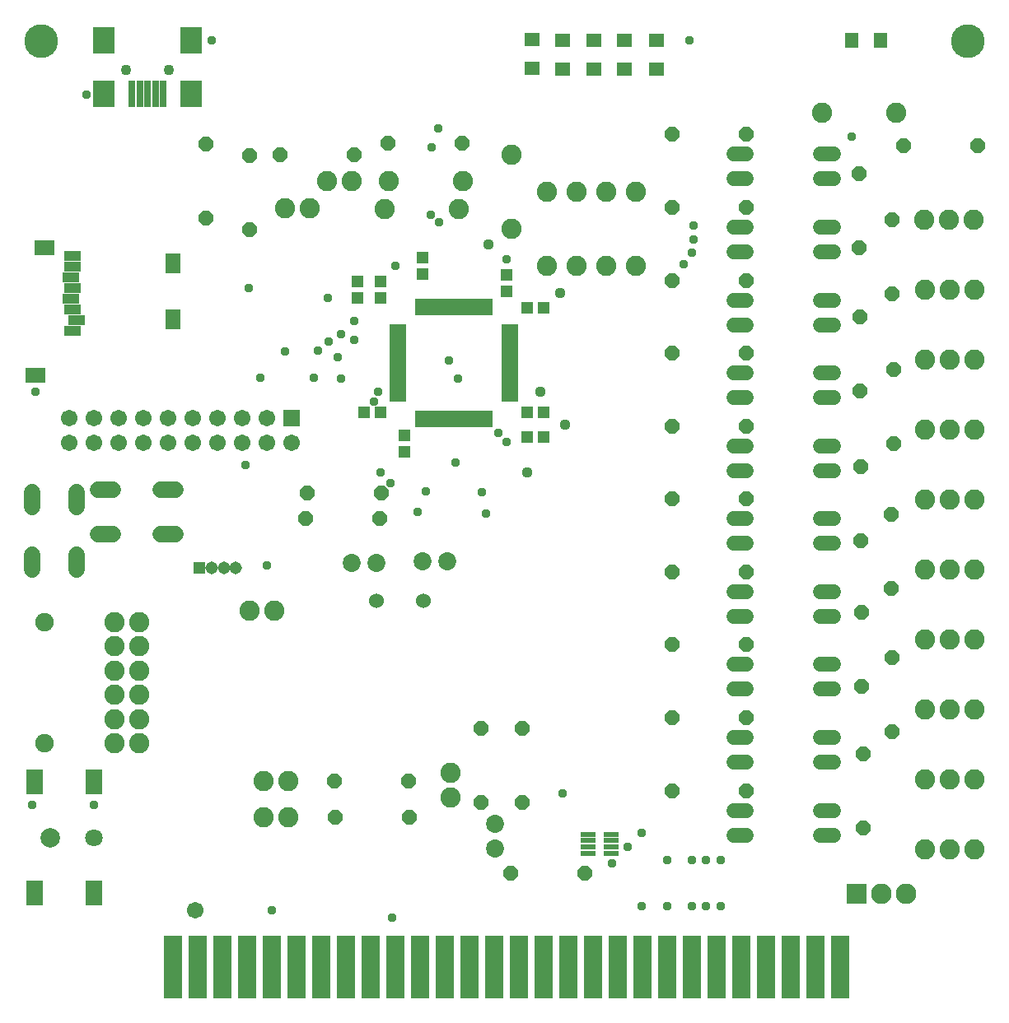
<source format=gts>
G75*
%MOIN*%
%OFA0B0*%
%FSLAX25Y25*%
%IPPOS*%
%LPD*%
%AMOC8*
5,1,8,0,0,1.08239X$1,22.5*
%
%ADD10C,0.13650*%
%ADD11R,0.07300X0.25800*%
%ADD12R,0.02769X0.10643*%
%ADD13R,0.08674X0.10643*%
%ADD14C,0.04343*%
%ADD15R,0.05162X0.05162*%
%ADD16C,0.05162*%
%ADD17R,0.06706X0.10249*%
%ADD18C,0.07099*%
%ADD19C,0.07887*%
%ADD20C,0.06000*%
%ADD21C,0.08200*%
%ADD22R,0.06737X0.06737*%
%ADD23C,0.06737*%
%ADD24R,0.01981X0.06509*%
%ADD25R,0.06509X0.01981*%
%ADD26R,0.06312X0.07887*%
%ADD27R,0.08280X0.06312*%
%ADD28R,0.06706X0.03950*%
%ADD29C,0.06000*%
%ADD30R,0.08300X0.08300*%
%ADD31C,0.08300*%
%ADD32R,0.04737X0.05131*%
%ADD33R,0.05131X0.04737*%
%ADD34C,0.07300*%
%ADD35C,0.06800*%
%ADD36OC8,0.06000*%
%ADD37R,0.05918X0.02454*%
%ADD38C,0.08182*%
%ADD39C,0.07493*%
%ADD40R,0.06312X0.05524*%
%ADD41R,0.05524X0.06312*%
%ADD42C,0.03778*%
%ADD43C,0.04369*%
%ADD44C,0.06706*%
D10*
X0013900Y0392500D03*
X0388900Y0392500D03*
D11*
X0337150Y0017500D03*
X0327150Y0017500D03*
X0317150Y0017500D03*
X0307150Y0017500D03*
X0297150Y0017500D03*
X0287150Y0017500D03*
X0277150Y0017500D03*
X0267150Y0017500D03*
X0257150Y0017500D03*
X0247150Y0017500D03*
X0237150Y0017500D03*
X0227150Y0017500D03*
X0217150Y0017500D03*
X0207150Y0017500D03*
X0197150Y0017500D03*
X0187150Y0017500D03*
X0177150Y0017500D03*
X0167150Y0017500D03*
X0157150Y0017500D03*
X0147150Y0017500D03*
X0137150Y0017500D03*
X0127150Y0017500D03*
X0117150Y0017500D03*
X0107150Y0017500D03*
X0097150Y0017500D03*
X0087150Y0017500D03*
X0077150Y0017500D03*
X0067150Y0017500D03*
D12*
X0063323Y0370934D03*
X0060174Y0370934D03*
X0057024Y0370934D03*
X0053875Y0370934D03*
X0050725Y0370934D03*
D13*
X0039308Y0370934D03*
X0039308Y0392587D03*
X0074741Y0392587D03*
X0074741Y0370934D03*
D14*
X0065686Y0380776D03*
X0048363Y0380776D03*
D15*
X0077973Y0179123D03*
D16*
X0082894Y0179123D03*
X0087815Y0179123D03*
X0092737Y0179123D03*
D17*
X0011291Y0047405D03*
X0035307Y0047405D03*
X0035307Y0092287D03*
X0011291Y0092287D03*
D18*
X0035307Y0069846D03*
D19*
X0017590Y0069846D03*
D20*
X0294192Y0070866D02*
X0299392Y0070866D01*
X0299392Y0080866D02*
X0294192Y0080866D01*
X0294192Y0100394D02*
X0299392Y0100394D01*
X0299392Y0110394D02*
X0294192Y0110394D01*
X0294192Y0129921D02*
X0299392Y0129921D01*
X0299392Y0139921D02*
X0294192Y0139921D01*
X0294192Y0159449D02*
X0299392Y0159449D01*
X0299392Y0169449D02*
X0294192Y0169449D01*
X0294192Y0188976D02*
X0299392Y0188976D01*
X0299392Y0198976D02*
X0294192Y0198976D01*
X0294192Y0218504D02*
X0299392Y0218504D01*
X0299392Y0228504D02*
X0294192Y0228504D01*
X0294192Y0248031D02*
X0299392Y0248031D01*
X0299392Y0258031D02*
X0294192Y0258031D01*
X0294192Y0277559D02*
X0299392Y0277559D01*
X0299392Y0287559D02*
X0294192Y0287559D01*
X0294192Y0307087D02*
X0299392Y0307087D01*
X0299392Y0317087D02*
X0294192Y0317087D01*
X0294192Y0336614D02*
X0299392Y0336614D01*
X0299392Y0346614D02*
X0294192Y0346614D01*
X0329392Y0346614D02*
X0334592Y0346614D01*
X0334592Y0336614D02*
X0329392Y0336614D01*
X0329392Y0317087D02*
X0334592Y0317087D01*
X0334592Y0307087D02*
X0329392Y0307087D01*
X0329392Y0287559D02*
X0334592Y0287559D01*
X0334592Y0277559D02*
X0329392Y0277559D01*
X0329392Y0258031D02*
X0334592Y0258031D01*
X0334592Y0248031D02*
X0329392Y0248031D01*
X0329392Y0228504D02*
X0334592Y0228504D01*
X0334592Y0218504D02*
X0329392Y0218504D01*
X0329392Y0198976D02*
X0334592Y0198976D01*
X0334592Y0188976D02*
X0329392Y0188976D01*
X0329392Y0169449D02*
X0334592Y0169449D01*
X0334592Y0159449D02*
X0329392Y0159449D01*
X0329392Y0139921D02*
X0334592Y0139921D01*
X0334592Y0129921D02*
X0329392Y0129921D01*
X0329392Y0110394D02*
X0334592Y0110394D01*
X0334592Y0100394D02*
X0329392Y0100394D01*
X0329392Y0080866D02*
X0334592Y0080866D01*
X0334592Y0070866D02*
X0329392Y0070866D01*
D21*
X0371479Y0065039D03*
X0381479Y0065039D03*
X0391479Y0065039D03*
X0391479Y0093386D03*
X0381479Y0093386D03*
X0371479Y0093386D03*
X0371479Y0121732D03*
X0381479Y0121732D03*
X0391479Y0121732D03*
X0391479Y0150079D03*
X0381479Y0150079D03*
X0371479Y0150079D03*
X0371479Y0178425D03*
X0381479Y0178425D03*
X0391479Y0178425D03*
X0391479Y0206772D03*
X0381479Y0206772D03*
X0371479Y0206772D03*
X0371479Y0235118D03*
X0381479Y0235118D03*
X0391479Y0235118D03*
X0391479Y0263465D03*
X0381479Y0263465D03*
X0371479Y0263465D03*
X0371479Y0291811D03*
X0381479Y0291811D03*
X0391479Y0291811D03*
X0391279Y0320157D03*
X0381279Y0320157D03*
X0371279Y0320157D03*
X0359878Y0363508D03*
X0329878Y0363508D03*
X0254600Y0331400D03*
X0242600Y0331400D03*
X0230600Y0331400D03*
X0218600Y0331400D03*
X0204363Y0316513D03*
X0218600Y0301400D03*
X0230600Y0301400D03*
X0242600Y0301400D03*
X0254600Y0301400D03*
X0204363Y0346513D03*
X0184562Y0335630D03*
X0182895Y0324549D03*
X0154562Y0335630D03*
X0152895Y0324549D03*
X0139454Y0335634D03*
X0129454Y0335634D03*
X0122454Y0324635D03*
X0112454Y0324635D03*
X0108200Y0161600D03*
X0098200Y0161600D03*
X0103880Y0092795D03*
X0113880Y0092795D03*
X0113880Y0078031D03*
X0103880Y0078031D03*
X0179500Y0085900D03*
X0179500Y0095900D03*
D22*
X0115384Y0239744D03*
D23*
X0115384Y0229744D03*
X0105384Y0229744D03*
X0105384Y0239744D03*
X0095384Y0239744D03*
X0085384Y0239744D03*
X0085384Y0229744D03*
X0095384Y0229744D03*
X0075384Y0229744D03*
X0075384Y0239744D03*
X0065384Y0239744D03*
X0065384Y0229744D03*
X0055384Y0229744D03*
X0055384Y0239744D03*
X0045384Y0239744D03*
X0045384Y0229744D03*
X0035384Y0229744D03*
X0035384Y0239744D03*
X0025384Y0239744D03*
X0025384Y0229744D03*
D24*
X0166164Y0239400D03*
X0168132Y0239400D03*
X0170101Y0239400D03*
X0172069Y0239400D03*
X0174038Y0239400D03*
X0176006Y0239400D03*
X0177975Y0239400D03*
X0179943Y0239400D03*
X0181912Y0239400D03*
X0183880Y0239400D03*
X0185849Y0239400D03*
X0187817Y0239400D03*
X0189786Y0239400D03*
X0191754Y0239400D03*
X0193723Y0239400D03*
X0195691Y0239400D03*
X0195691Y0284675D03*
X0193723Y0284675D03*
X0191754Y0284675D03*
X0189786Y0284675D03*
X0187817Y0284675D03*
X0185849Y0284675D03*
X0183880Y0284675D03*
X0181912Y0284675D03*
X0179943Y0284675D03*
X0177975Y0284675D03*
X0176006Y0284675D03*
X0174038Y0284675D03*
X0172069Y0284675D03*
X0170101Y0284675D03*
X0168132Y0284675D03*
X0166164Y0284675D03*
D25*
X0158290Y0276801D03*
X0158290Y0274833D03*
X0158290Y0272864D03*
X0158290Y0270896D03*
X0158290Y0268927D03*
X0158290Y0266959D03*
X0158290Y0264990D03*
X0158290Y0263022D03*
X0158290Y0261053D03*
X0158290Y0259085D03*
X0158290Y0257116D03*
X0158290Y0255148D03*
X0158290Y0253179D03*
X0158290Y0251211D03*
X0158290Y0249242D03*
X0158290Y0247274D03*
X0203565Y0247274D03*
X0203565Y0249242D03*
X0203565Y0251211D03*
X0203565Y0253179D03*
X0203565Y0255148D03*
X0203565Y0257116D03*
X0203565Y0259085D03*
X0203565Y0261053D03*
X0203565Y0263022D03*
X0203565Y0264990D03*
X0203565Y0266959D03*
X0203565Y0268927D03*
X0203565Y0270896D03*
X0203565Y0272864D03*
X0203565Y0274833D03*
X0203565Y0276801D03*
D26*
X0067176Y0279832D03*
X0067176Y0302273D03*
D27*
X0015404Y0308671D03*
X0011467Y0256899D03*
D28*
X0026625Y0275147D03*
X0028199Y0279478D03*
X0026625Y0283809D03*
X0025837Y0288139D03*
X0026625Y0292470D03*
X0025837Y0296801D03*
X0026625Y0301131D03*
X0026625Y0305462D03*
D29*
X0149446Y0165571D03*
X0168446Y0165571D03*
D30*
X0343849Y0047173D03*
D31*
X0353849Y0047173D03*
X0363849Y0047173D03*
D32*
X0160849Y0226063D03*
X0160849Y0232756D03*
X0151296Y0288408D03*
X0151296Y0295101D03*
X0141792Y0295049D03*
X0141792Y0288356D03*
X0168255Y0298184D03*
X0168255Y0304877D03*
X0202187Y0297717D03*
X0202187Y0291024D03*
D33*
X0210652Y0284528D03*
X0217345Y0284528D03*
X0217345Y0242205D03*
X0210652Y0242205D03*
X0210600Y0232087D03*
X0217293Y0232087D03*
X0151400Y0242205D03*
X0144707Y0242205D03*
D34*
X0149692Y0181169D03*
X0139692Y0181169D03*
X0168361Y0181597D03*
X0178361Y0181597D03*
X0197600Y0075400D03*
X0197600Y0065400D03*
D35*
X0068429Y0192781D02*
X0062429Y0192781D01*
X0062429Y0210581D02*
X0068429Y0210581D01*
X0042829Y0210581D02*
X0036829Y0210581D01*
X0028194Y0209873D02*
X0028194Y0203873D01*
X0036829Y0192781D02*
X0042829Y0192781D01*
X0028194Y0184273D02*
X0028194Y0178273D01*
X0010394Y0178273D02*
X0010394Y0184273D01*
X0010394Y0203873D02*
X0010394Y0209873D01*
D36*
X0098390Y0315967D03*
X0080725Y0320634D03*
X0098390Y0345967D03*
X0110721Y0346299D03*
X0140721Y0346299D03*
X0154383Y0350965D03*
X0184383Y0350965D03*
X0269372Y0354606D03*
X0299372Y0354606D03*
X0299372Y0325079D03*
X0299372Y0295551D03*
X0299372Y0266024D03*
X0299372Y0236496D03*
X0269372Y0236496D03*
X0269372Y0266024D03*
X0269372Y0295551D03*
X0269372Y0325079D03*
X0344907Y0338583D03*
X0362813Y0349902D03*
X0392813Y0349902D03*
X0358135Y0319998D03*
X0344907Y0308583D03*
X0358135Y0289998D03*
X0345146Y0280792D03*
X0358855Y0259505D03*
X0345146Y0250792D03*
X0358855Y0229505D03*
X0345554Y0220208D03*
X0358066Y0200811D03*
X0345554Y0190208D03*
X0358066Y0170811D03*
X0345775Y0161098D03*
X0358232Y0142695D03*
X0345775Y0131098D03*
X0358232Y0112695D03*
X0346569Y0103786D03*
X0346569Y0073786D03*
X0299372Y0088858D03*
X0269372Y0088858D03*
X0269372Y0118386D03*
X0269372Y0147913D03*
X0269372Y0177441D03*
X0269372Y0206969D03*
X0299372Y0206969D03*
X0299372Y0177441D03*
X0299372Y0147913D03*
X0299372Y0118386D03*
X0233920Y0055394D03*
X0203920Y0055394D03*
X0208576Y0083941D03*
X0191791Y0083912D03*
X0162857Y0078031D03*
X0162660Y0092795D03*
X0191791Y0113912D03*
X0208576Y0113941D03*
X0132660Y0092795D03*
X0132857Y0078031D03*
X0120907Y0198934D03*
X0121433Y0209313D03*
X0151433Y0209313D03*
X0150907Y0198934D03*
X0080725Y0350634D03*
D37*
X0235274Y0071139D03*
X0235274Y0068580D03*
X0235278Y0066020D03*
X0235274Y0063461D03*
X0244526Y0063461D03*
X0244522Y0066020D03*
X0244526Y0068580D03*
X0244526Y0071139D03*
D38*
X0053443Y0107987D03*
X0053443Y0117830D03*
X0053443Y0127672D03*
X0053443Y0137515D03*
X0053443Y0147357D03*
X0053443Y0157200D03*
X0043600Y0157200D03*
X0043600Y0147357D03*
X0043600Y0137515D03*
X0043600Y0127672D03*
X0043600Y0117830D03*
X0043600Y0107987D03*
D39*
X0015332Y0107987D03*
X0015332Y0157200D03*
D40*
X0212520Y0381369D03*
X0212520Y0393180D03*
X0224857Y0392835D03*
X0224857Y0381024D03*
X0237455Y0381024D03*
X0237455Y0392835D03*
X0250035Y0392835D03*
X0250035Y0381024D03*
X0262820Y0381024D03*
X0262820Y0392835D03*
D41*
X0341951Y0392795D03*
X0353762Y0392795D03*
D42*
X0341951Y0353819D03*
X0278000Y0317600D03*
X0278000Y0312200D03*
X0277400Y0306800D03*
X0273800Y0302000D03*
X0202187Y0304213D03*
X0175041Y0319043D03*
X0171517Y0322043D03*
X0157400Y0301400D03*
X0140600Y0279200D03*
X0135200Y0273800D03*
X0130337Y0270748D03*
X0126082Y0267013D03*
X0134053Y0264263D03*
X0140719Y0271469D03*
X0135258Y0255787D03*
X0124407Y0256009D03*
X0112687Y0266744D03*
X0102617Y0256181D03*
X0130053Y0288438D03*
X0097991Y0292438D03*
X0148732Y0246469D03*
X0150200Y0250400D03*
X0179000Y0263000D03*
X0182600Y0255800D03*
X0198800Y0233600D03*
X0202400Y0230000D03*
X0181715Y0221645D03*
X0192311Y0209745D03*
X0194000Y0201200D03*
X0169473Y0210200D03*
X0166400Y0201800D03*
X0155309Y0213465D03*
X0151385Y0217645D03*
X0105200Y0180200D03*
X0096724Y0220645D03*
X0011700Y0250300D03*
X0032300Y0370700D03*
X0082896Y0392795D03*
X0171872Y0349488D03*
X0174628Y0356969D03*
X0276200Y0392600D03*
X0224930Y0087630D03*
X0251200Y0065983D03*
X0257000Y0071600D03*
X0267103Y0060839D03*
X0277197Y0060839D03*
X0282800Y0060800D03*
X0288800Y0060800D03*
X0288800Y0042200D03*
X0282800Y0042200D03*
X0277200Y0042074D03*
X0267100Y0042074D03*
X0257000Y0042200D03*
X0244904Y0059331D03*
X0156051Y0037330D03*
X0107389Y0040330D03*
X0035397Y0082992D03*
X0010399Y0082992D03*
D43*
X0210463Y0217636D03*
X0225809Y0236950D03*
X0215798Y0250463D03*
X0223841Y0290433D03*
X0194838Y0310118D03*
D44*
X0076203Y0040433D03*
M02*

</source>
